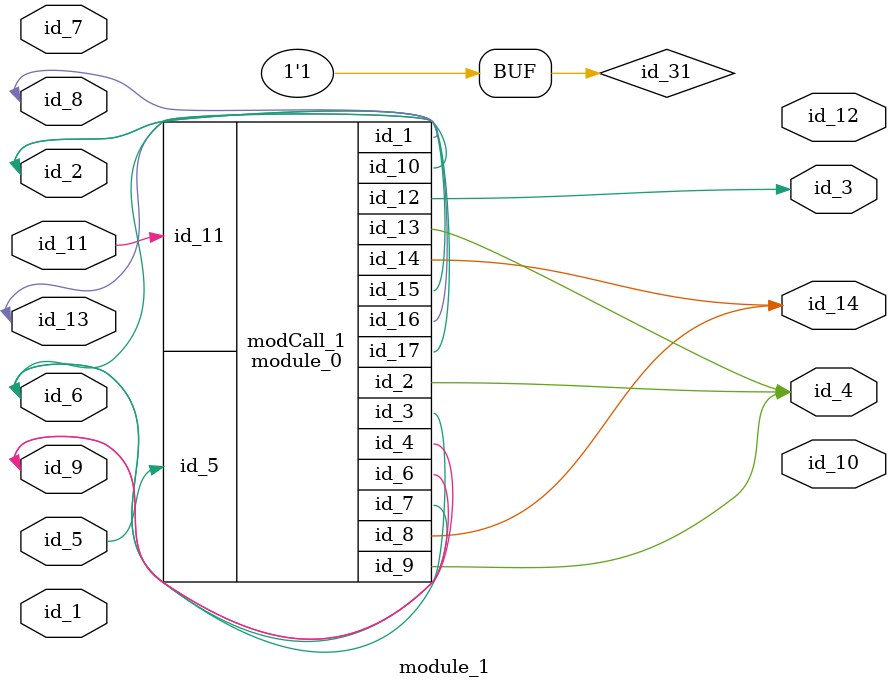
<source format=v>
module module_0 (
    id_1,
    id_2,
    id_3,
    id_4,
    id_5,
    id_6,
    id_7,
    id_8,
    id_9,
    id_10,
    id_11,
    id_12,
    id_13,
    id_14,
    id_15,
    id_16,
    id_17
);
  output wire id_17;
  inout wire id_16;
  inout wire id_15;
  output wire id_14;
  output wire id_13;
  output wire id_12;
  input wire id_11;
  output wire id_10;
  output wire id_9;
  output wire id_8;
  output wire id_7;
  inout wire id_6;
  input wire id_5;
  inout wire id_4;
  output wire id_3;
  output wire id_2;
  inout wire id_1;
  wire id_18;
  ;
  wire id_19;
endmodule
module module_1 (
    id_1,
    id_2,
    id_3,
    id_4,
    id_5,
    id_6,
    id_7,
    id_8,
    id_9,
    id_10,
    id_11,
    id_12,
    id_13,
    id_14
);
  output wire id_14;
  inout wire id_13;
  output wire id_12;
  input wire id_11;
  output wire id_10;
  inout wire id_9;
  inout wire id_8;
  module_0 modCall_1 (
      id_8,
      id_4,
      id_6,
      id_9,
      id_5,
      id_9,
      id_6,
      id_14,
      id_4,
      id_2,
      id_11,
      id_3,
      id_4,
      id_14,
      id_2,
      id_13,
      id_6
  );
  inout wire id_7;
  inout wire id_6;
  inout wire id_5;
  output wire id_4;
  output wire id_3;
  inout wire id_2;
  input wire id_1;
  tri  id_15  ,  id_16  ,  id_17  ,  id_18  ,  id_19  ,  id_20  ,  id_21  ,  id_22  ,  id_23  ,  id_24  ,  id_25  ,  id_26  ,  id_27  ,  id_28  ,  id_29  ,  id_30  ,  id_31  ,  id_32  ,  id_33  ,  id_34  ;
  assign id_31 = 1;
endmodule

</source>
